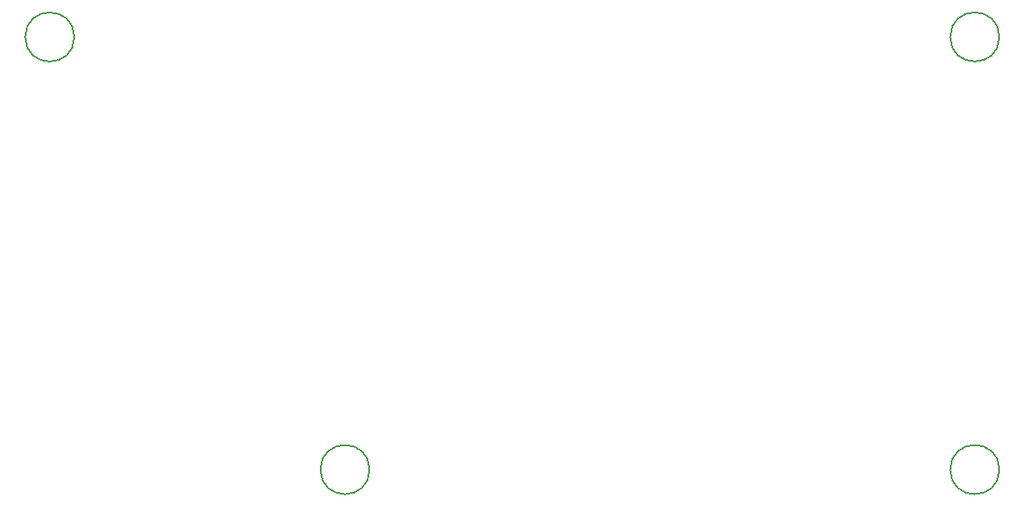
<source format=gbr>
%TF.GenerationSoftware,KiCad,Pcbnew,(6.0.5)*%
%TF.CreationDate,2024-06-19T12:06:20-03:00*%
%TF.ProjectId,PLACA_RNI_V1,504c4143-415f-4524-9e49-5f56312e6b69,rev?*%
%TF.SameCoordinates,Original*%
%TF.FileFunction,Other,Comment*%
%FSLAX46Y46*%
G04 Gerber Fmt 4.6, Leading zero omitted, Abs format (unit mm)*
G04 Created by KiCad (PCBNEW (6.0.5)) date 2024-06-19 12:06:20*
%MOMM*%
%LPD*%
G01*
G04 APERTURE LIST*
%ADD10C,0.150000*%
G04 APERTURE END LIST*
D10*
%TO.C,H4*%
X136500000Y-102000000D02*
G75*
G03*
X136500000Y-102000000I-2500000J0D01*
G01*
%TO.C,H2*%
X230500000Y-102000000D02*
G75*
G03*
X230500000Y-102000000I-2500000J0D01*
G01*
%TO.C,H3*%
X230500000Y-146000000D02*
G75*
G03*
X230500000Y-146000000I-2500000J0D01*
G01*
%TO.C,H1*%
X166500000Y-146000000D02*
G75*
G03*
X166500000Y-146000000I-2500000J0D01*
G01*
%TD*%
M02*

</source>
